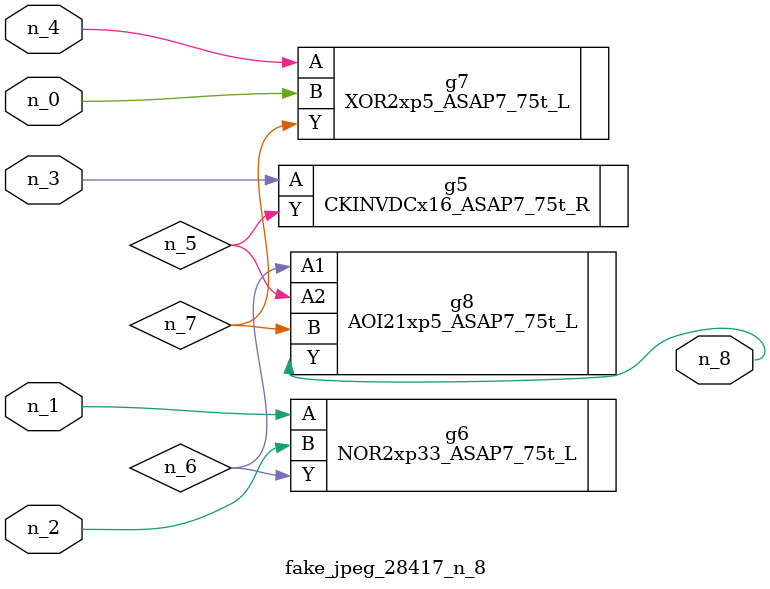
<source format=v>
module fake_jpeg_28417_n_8 (n_3, n_2, n_1, n_0, n_4, n_8);

input n_3;
input n_2;
input n_1;
input n_0;
input n_4;

output n_8;

wire n_6;
wire n_5;
wire n_7;

CKINVDCx16_ASAP7_75t_R g5 ( 
.A(n_3),
.Y(n_5)
);

NOR2xp33_ASAP7_75t_L g6 ( 
.A(n_1),
.B(n_2),
.Y(n_6)
);

XOR2xp5_ASAP7_75t_L g7 ( 
.A(n_4),
.B(n_0),
.Y(n_7)
);

AOI21xp5_ASAP7_75t_L g8 ( 
.A1(n_6),
.A2(n_5),
.B(n_7),
.Y(n_8)
);


endmodule
</source>
